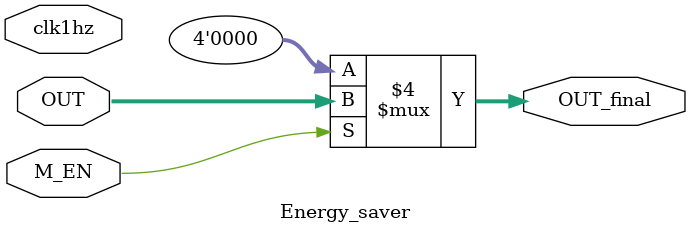
<source format=v>
module Energy_saver (input clk1hz, input M_EN,input [3:0] OUT, output reg [3:0] OUT_final);


always @(*) begin
if(M_EN==1)begin
OUT_final=OUT;
end else OUT_final=4'b0000;
end
endmodule
</source>
